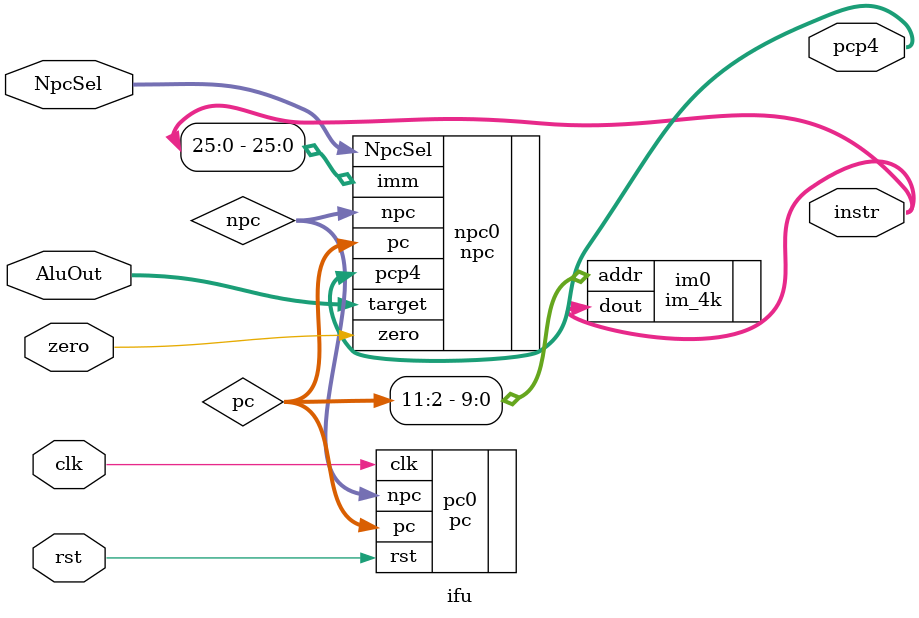
<source format=v>
module ifu(clk, rst, NpcSel, zero, instr, pcp4, AluOut);
    input clk, rst, zero;
    input [2:0] NpcSel;
    input [31:0] AluOut;
    output [31:0] instr, pcp4;
    wire [31:2] pc, npc;

    im_4k im0(.addr(pc[11:2]), .dout(instr));
    pc pc0(.npc(npc), .clk(clk), .rst(rst), .pc(pc));
    npc npc0(.pc(pc), .imm(instr[25:0]), .target(AluOut), .NpcSel(NpcSel), .zero(zero), .npc(npc), .pcp4(pcp4));
endmodule

</source>
